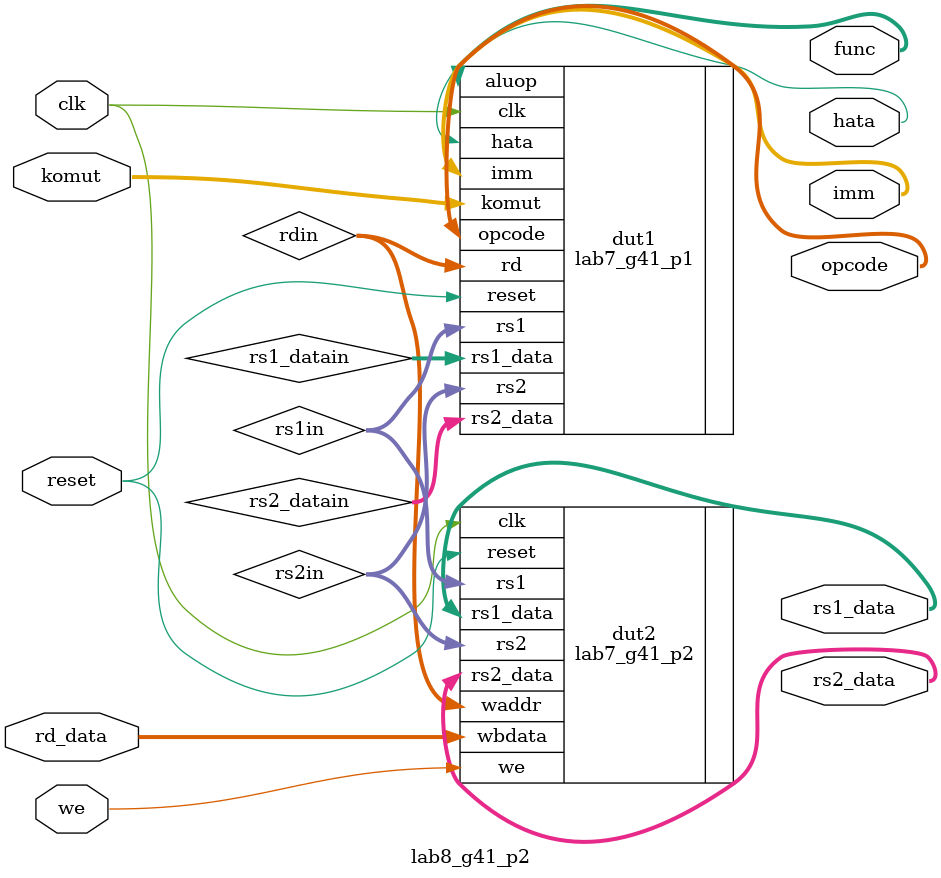
<source format=sv>
/* lab8_g41_p2.sv
* Hazırlayanlar: Berat Kızılarmut, Ömer Emre Polat
* Notlar: Instruction Decode Unit */
module lab8_g41_p2 (
    input logic clk, reset,
    input logic [31:0] komut,
    output logic [6:0] opcode,
    output logic [3:0] func,
    output logic [31:0] rs1_data,
    output logic [31:0] rs2_data,
    output logic [31:0] imm,
    output logic hata,
    input logic we,
    input logic [31:0] rd_data
);

logic [4:0] rdin, rs1in, rs2in;
logic [31:0] rs1_datain, rs2_datain;

lab7_g41_p1 dut1(.clk(clk), .reset(reset), .komut(komut), .opcode(opcode), .aluop(func), .rs1(rs1in), .rs2(rs2in), .rs1_data(rs1_datain), .rs2_data(rs2_datain), .rd(rdin), .imm(imm), .hata(hata));

lab7_g41_p2 dut2(.clk(clk), .reset(reset), .we(we), .waddr(rdin), .wbdata(rd_data), .rs1(rs1in), .rs2(rs2in), .rs1_data(rs1_data), .rs2_data(rs2_data));
endmodule

</source>
